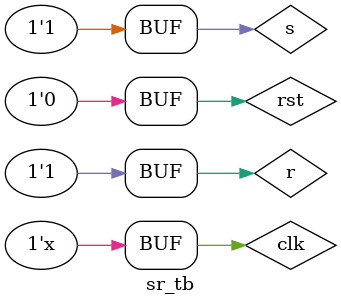
<source format=v>
`timescale 1ns / 1ps

module sr(s,r,q,qn,clk,rst );
input s,r,clk,rst;
output reg q,qn;
always@(posedge clk)
begin 
if(rst==1)
begin q<=0; qn<=1; end
else begin
case({s,r})
2'b00 : begin q=0; qn=~q;end
2'b01 : begin q=0; qn=0;end
2'b10 : begin q=1; qn=1;end
2'b11 : begin q=0; qn=0;end
endcase
end
end
endmodule


module sr_tb;
reg s,r,clk,rst;
wire q,qn;
sr uut(s,r,q,qn,clk,rst );
initial begin 
clk=0;
rst=1;
#100
clk=1;
rst=0;
s=0;r=0;#10; 
s=0;r=1;#10; 
s=1;r=0;#10; 
s=1;r=1;#10;
end
always #5 clk=~clk;
endmodule

</source>
